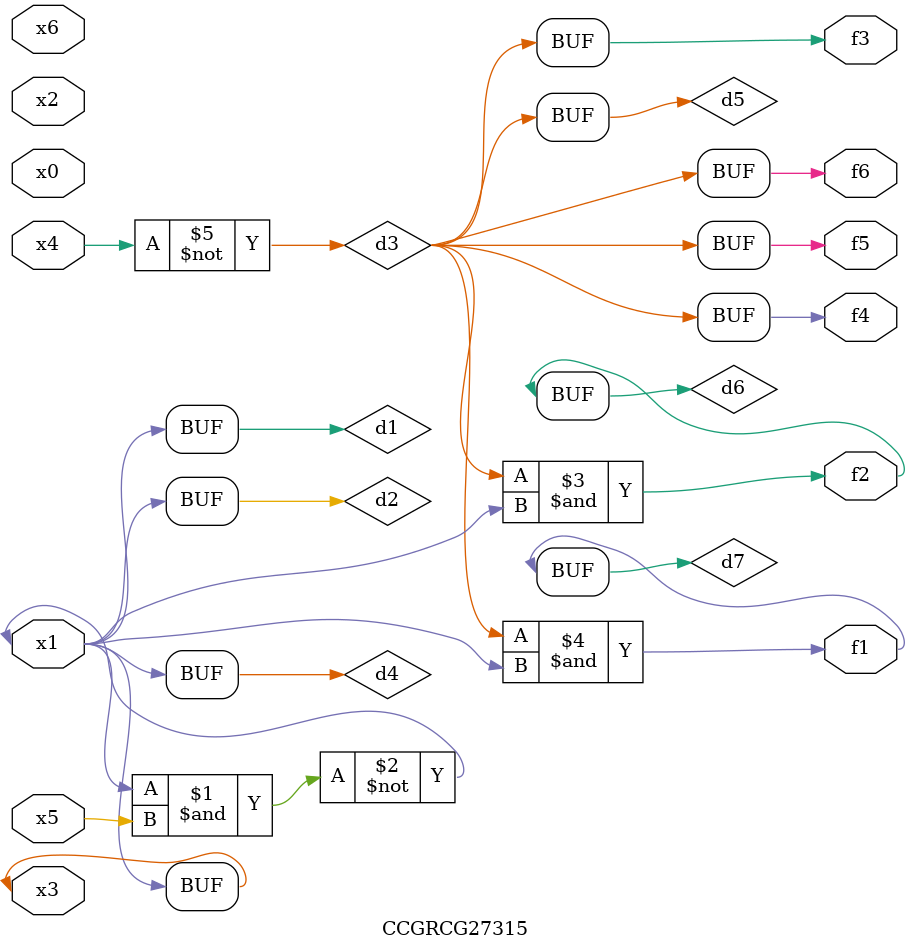
<source format=v>
module CCGRCG27315(
	input x0, x1, x2, x3, x4, x5, x6,
	output f1, f2, f3, f4, f5, f6
);

	wire d1, d2, d3, d4, d5, d6, d7;

	buf (d1, x1, x3);
	nand (d2, x1, x5);
	not (d3, x4);
	buf (d4, d1, d2);
	buf (d5, d3);
	and (d6, d3, d4);
	and (d7, d3, d4);
	assign f1 = d7;
	assign f2 = d6;
	assign f3 = d5;
	assign f4 = d5;
	assign f5 = d5;
	assign f6 = d5;
endmodule

</source>
